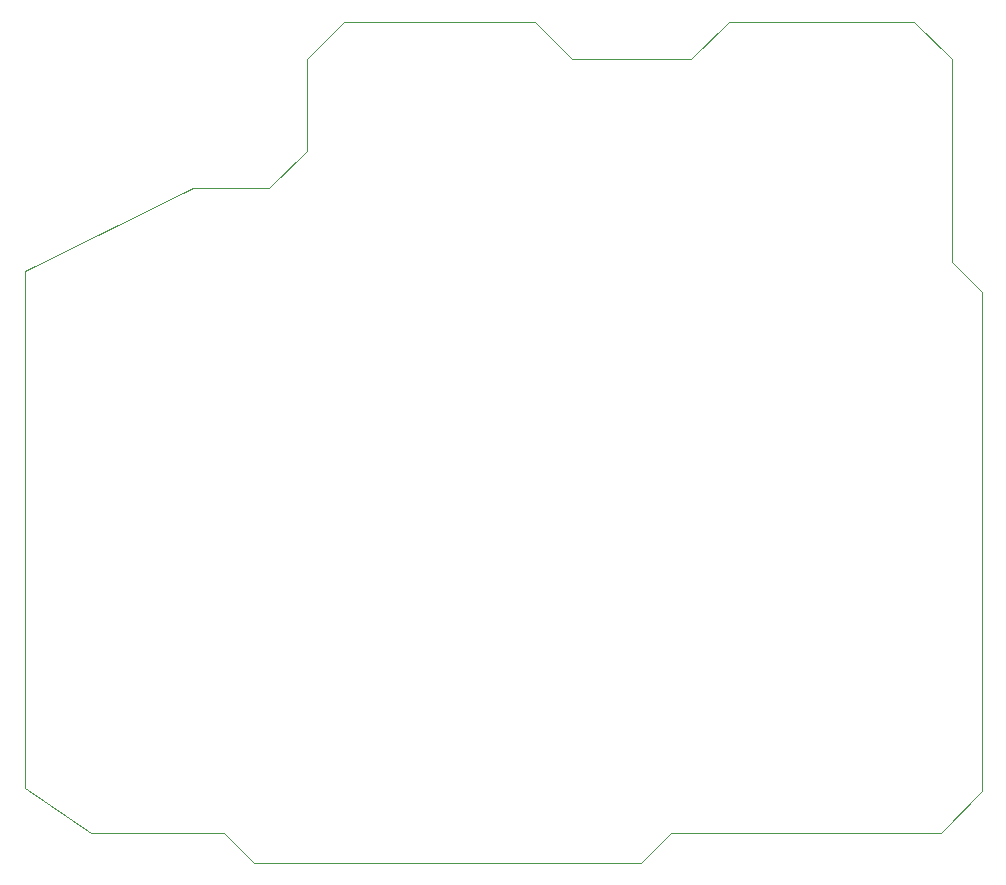
<source format=gbr>
%TF.GenerationSoftware,KiCad,Pcbnew,8.0.2*%
%TF.CreationDate,2024-05-20T23:24:51+02:00*%
%TF.ProjectId,S88_UNO_SHIELD,5338385f-554e-44f5-9f53-4849454c442e,rev?*%
%TF.SameCoordinates,Original*%
%TF.FileFunction,Profile,NP*%
%FSLAX46Y46*%
G04 Gerber Fmt 4.6, Leading zero omitted, Abs format (unit mm)*
G04 Created by KiCad (PCBNEW 8.0.2) date 2024-05-20 23:24:51*
%MOMM*%
%LPD*%
G01*
G04 APERTURE LIST*
%TA.AperFunction,Profile*%
%ADD10C,0.100000*%
%TD*%
G04 APERTURE END LIST*
D10*
X105029000Y-76962000D02*
X107569000Y-79502000D01*
X72898000Y-59817000D02*
X82994500Y-59817000D01*
X50419000Y-59817000D02*
X53594000Y-56642000D01*
X43434000Y-125349000D02*
X32131000Y-125349000D01*
X81280000Y-125349000D02*
X104140000Y-125349000D01*
X105029000Y-59817000D02*
X105029000Y-76962000D01*
X104140000Y-125349000D02*
X107569000Y-121793000D01*
X78740000Y-127889000D02*
X81280000Y-125349000D01*
X82994500Y-59817000D02*
X86169500Y-56642000D01*
X32131000Y-125349000D02*
X26543000Y-121539000D01*
X69723000Y-56642000D02*
X72898000Y-59817000D01*
X47244000Y-70739000D02*
X50419000Y-67564000D01*
X47244000Y-70739000D02*
X40767000Y-70739000D01*
X101854000Y-56642000D02*
X86169500Y-56642000D01*
X101854000Y-56642000D02*
X105029000Y-59817000D01*
X107569000Y-79502000D02*
X107569000Y-121793000D01*
X43434000Y-125349000D02*
X45974000Y-127889000D01*
X40767000Y-70739000D02*
X26543000Y-77724000D01*
X53594000Y-56642000D02*
X69723000Y-56642000D01*
X45974000Y-127889000D02*
X78740000Y-127889000D01*
X50419000Y-67564000D02*
X50419000Y-59817000D01*
X26543000Y-121539000D02*
X26543000Y-77724000D01*
M02*

</source>
